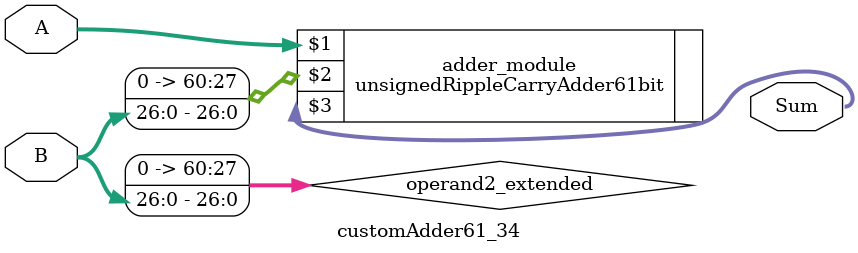
<source format=v>
module customAdder61_34(
                        input [60 : 0] A,
                        input [26 : 0] B,
                        
                        output [61 : 0] Sum
                );

        wire [60 : 0] operand2_extended;
        
        assign operand2_extended =  {34'b0, B};
        
        unsignedRippleCarryAdder61bit adder_module(
            A,
            operand2_extended,
            Sum
        );
        
        endmodule
        
</source>
